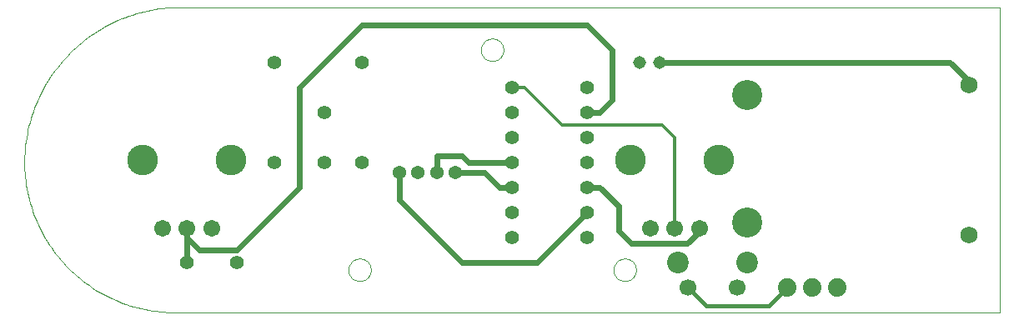
<source format=gtl>
G75*
%MOIN*%
%OFA0B0*%
%FSLAX24Y24*%
%IPPOS*%
%LPD*%
%AMOC8*
5,1,8,0,0,1.08239X$1,22.5*
%
%ADD10C,0.0000*%
%ADD11C,0.1200*%
%ADD12C,0.0560*%
%ADD13C,0.0516*%
%ADD14C,0.0740*%
%ADD15C,0.0690*%
%ADD16C,0.0673*%
%ADD17C,0.1227*%
%ADD18C,0.0540*%
%ADD19C,0.0866*%
%ADD20C,0.0669*%
%ADD21C,0.0160*%
%ADD22C,0.0240*%
%ADD23C,0.0120*%
D10*
X006701Y001180D02*
X039656Y001180D01*
X039656Y013385D01*
X006982Y013385D01*
X018930Y011680D02*
X018932Y011722D01*
X018938Y011764D01*
X018948Y011805D01*
X018961Y011845D01*
X018979Y011883D01*
X018999Y011920D01*
X019024Y011955D01*
X019051Y011987D01*
X019081Y012016D01*
X019114Y012043D01*
X019149Y012066D01*
X019186Y012086D01*
X019225Y012102D01*
X019265Y012115D01*
X019306Y012124D01*
X019348Y012129D01*
X019391Y012130D01*
X019433Y012127D01*
X019474Y012120D01*
X019515Y012109D01*
X019555Y012095D01*
X019593Y012077D01*
X019629Y012055D01*
X019663Y012030D01*
X019694Y012002D01*
X019723Y011971D01*
X019749Y011938D01*
X019771Y011902D01*
X019791Y011864D01*
X019806Y011825D01*
X019818Y011785D01*
X019826Y011743D01*
X019830Y011701D01*
X019830Y011659D01*
X019826Y011617D01*
X019818Y011575D01*
X019806Y011535D01*
X019791Y011496D01*
X019771Y011458D01*
X019749Y011422D01*
X019723Y011389D01*
X019694Y011358D01*
X019663Y011330D01*
X019629Y011305D01*
X019593Y011283D01*
X019555Y011265D01*
X019515Y011251D01*
X019474Y011240D01*
X019433Y011233D01*
X019391Y011230D01*
X019348Y011231D01*
X019306Y011236D01*
X019265Y011245D01*
X019225Y011258D01*
X019186Y011274D01*
X019149Y011294D01*
X019114Y011317D01*
X019081Y011344D01*
X019051Y011373D01*
X019024Y011405D01*
X018999Y011440D01*
X018979Y011477D01*
X018961Y011515D01*
X018948Y011555D01*
X018938Y011596D01*
X018932Y011638D01*
X018930Y011680D01*
X006983Y013384D02*
X006828Y013385D01*
X006673Y013381D01*
X006518Y013373D01*
X006363Y013362D01*
X006209Y013346D01*
X006055Y013327D01*
X005901Y013304D01*
X005749Y013278D01*
X005597Y013247D01*
X005445Y013213D01*
X005295Y013174D01*
X005146Y013133D01*
X004998Y013087D01*
X004851Y013038D01*
X004705Y012985D01*
X004560Y012928D01*
X004417Y012868D01*
X004276Y012804D01*
X004136Y012737D01*
X003998Y012667D01*
X003862Y012593D01*
X003728Y012515D01*
X003595Y012434D01*
X003465Y012350D01*
X003337Y012263D01*
X003211Y012173D01*
X003087Y012079D01*
X002966Y011983D01*
X002847Y011883D01*
X002730Y011780D01*
X002617Y011675D01*
X002505Y011567D01*
X002397Y011456D01*
X002291Y011342D01*
X002189Y011226D01*
X002089Y011107D01*
X001992Y010986D01*
X001898Y010863D01*
X001808Y010737D01*
X001720Y010609D01*
X001636Y010479D01*
X001555Y010346D01*
X001477Y010212D01*
X001403Y010076D01*
X001332Y009938D01*
X001265Y009798D01*
X001201Y009657D01*
X001141Y009514D01*
X001084Y009370D01*
X001031Y009224D01*
X000981Y009077D01*
X000935Y008929D01*
X000893Y008780D01*
X000855Y008630D01*
X000820Y008478D01*
X000789Y008326D01*
X000762Y008174D01*
X000739Y008020D01*
X000720Y007867D01*
X000704Y007712D01*
X000692Y007558D01*
X000685Y007403D01*
X000681Y007248D01*
X000680Y007248D02*
X000680Y007201D01*
X000682Y007048D01*
X000688Y006896D01*
X000697Y006744D01*
X000711Y006592D01*
X000728Y006440D01*
X000749Y006289D01*
X000774Y006139D01*
X000803Y005989D01*
X000836Y005840D01*
X000872Y005692D01*
X000912Y005545D01*
X000956Y005399D01*
X001004Y005254D01*
X001055Y005110D01*
X001110Y004968D01*
X001168Y004827D01*
X001230Y004687D01*
X001295Y004549D01*
X001364Y004413D01*
X001437Y004279D01*
X001512Y004147D01*
X001591Y004016D01*
X001674Y003888D01*
X001759Y003761D01*
X001848Y003637D01*
X001940Y003516D01*
X002035Y003396D01*
X002133Y003279D01*
X002233Y003165D01*
X002337Y003053D01*
X002444Y002944D01*
X002553Y002837D01*
X002665Y002733D01*
X002779Y002633D01*
X002896Y002535D01*
X003016Y002440D01*
X003137Y002348D01*
X003261Y002259D01*
X003388Y002174D01*
X003516Y002091D01*
X003647Y002012D01*
X003779Y001937D01*
X003913Y001864D01*
X004049Y001795D01*
X004187Y001730D01*
X004327Y001668D01*
X004468Y001610D01*
X004610Y001555D01*
X004754Y001504D01*
X004899Y001456D01*
X005045Y001412D01*
X005192Y001372D01*
X005340Y001336D01*
X005489Y001303D01*
X005639Y001274D01*
X005789Y001249D01*
X005940Y001228D01*
X006092Y001211D01*
X006244Y001197D01*
X006396Y001188D01*
X006548Y001182D01*
X006701Y001180D01*
X013630Y002880D02*
X013632Y002922D01*
X013638Y002964D01*
X013648Y003005D01*
X013661Y003045D01*
X013679Y003083D01*
X013699Y003120D01*
X013724Y003155D01*
X013751Y003187D01*
X013781Y003216D01*
X013814Y003243D01*
X013849Y003266D01*
X013886Y003286D01*
X013925Y003302D01*
X013965Y003315D01*
X014006Y003324D01*
X014048Y003329D01*
X014091Y003330D01*
X014133Y003327D01*
X014174Y003320D01*
X014215Y003309D01*
X014255Y003295D01*
X014293Y003277D01*
X014329Y003255D01*
X014363Y003230D01*
X014394Y003202D01*
X014423Y003171D01*
X014449Y003138D01*
X014471Y003102D01*
X014491Y003064D01*
X014506Y003025D01*
X014518Y002985D01*
X014526Y002943D01*
X014530Y002901D01*
X014530Y002859D01*
X014526Y002817D01*
X014518Y002775D01*
X014506Y002735D01*
X014491Y002696D01*
X014471Y002658D01*
X014449Y002622D01*
X014423Y002589D01*
X014394Y002558D01*
X014363Y002530D01*
X014329Y002505D01*
X014293Y002483D01*
X014255Y002465D01*
X014215Y002451D01*
X014174Y002440D01*
X014133Y002433D01*
X014091Y002430D01*
X014048Y002431D01*
X014006Y002436D01*
X013965Y002445D01*
X013925Y002458D01*
X013886Y002474D01*
X013849Y002494D01*
X013814Y002517D01*
X013781Y002544D01*
X013751Y002573D01*
X013724Y002605D01*
X013699Y002640D01*
X013679Y002677D01*
X013661Y002715D01*
X013648Y002755D01*
X013638Y002796D01*
X013632Y002838D01*
X013630Y002880D01*
X024230Y002880D02*
X024232Y002922D01*
X024238Y002964D01*
X024248Y003005D01*
X024261Y003045D01*
X024279Y003083D01*
X024299Y003120D01*
X024324Y003155D01*
X024351Y003187D01*
X024381Y003216D01*
X024414Y003243D01*
X024449Y003266D01*
X024486Y003286D01*
X024525Y003302D01*
X024565Y003315D01*
X024606Y003324D01*
X024648Y003329D01*
X024691Y003330D01*
X024733Y003327D01*
X024774Y003320D01*
X024815Y003309D01*
X024855Y003295D01*
X024893Y003277D01*
X024929Y003255D01*
X024963Y003230D01*
X024994Y003202D01*
X025023Y003171D01*
X025049Y003138D01*
X025071Y003102D01*
X025091Y003064D01*
X025106Y003025D01*
X025118Y002985D01*
X025126Y002943D01*
X025130Y002901D01*
X025130Y002859D01*
X025126Y002817D01*
X025118Y002775D01*
X025106Y002735D01*
X025091Y002696D01*
X025071Y002658D01*
X025049Y002622D01*
X025023Y002589D01*
X024994Y002558D01*
X024963Y002530D01*
X024929Y002505D01*
X024893Y002483D01*
X024855Y002465D01*
X024815Y002451D01*
X024774Y002440D01*
X024733Y002433D01*
X024691Y002430D01*
X024648Y002431D01*
X024606Y002436D01*
X024565Y002445D01*
X024525Y002458D01*
X024486Y002474D01*
X024449Y002494D01*
X024414Y002517D01*
X024381Y002544D01*
X024351Y002573D01*
X024324Y002605D01*
X024299Y002640D01*
X024279Y002677D01*
X024261Y002715D01*
X024248Y002755D01*
X024238Y002796D01*
X024232Y002838D01*
X024230Y002880D01*
D11*
X029580Y004780D03*
X029580Y009880D03*
D12*
X023180Y010180D03*
X023180Y009180D03*
X023180Y008180D03*
X023180Y007180D03*
X023180Y006180D03*
X023180Y005180D03*
X023180Y004180D03*
X020180Y004180D03*
X020180Y005180D03*
X020180Y006180D03*
X020180Y007180D03*
X020180Y008180D03*
X020180Y009180D03*
X020180Y010180D03*
X014180Y011180D03*
X010680Y011180D03*
X012680Y009180D03*
X012680Y007180D03*
X014180Y007180D03*
X010680Y007180D03*
X009180Y003180D03*
X007180Y003180D03*
D13*
X025286Y011180D03*
X026074Y011180D03*
D14*
X031180Y002180D03*
X032180Y002180D03*
X033180Y002180D03*
D15*
X038426Y004282D03*
X038426Y010282D03*
D16*
X027664Y004526D03*
X026680Y004526D03*
X025696Y004526D03*
X008164Y004526D03*
X007180Y004526D03*
X006196Y004526D03*
D17*
X005408Y007282D03*
X008952Y007282D03*
X024908Y007282D03*
X028452Y007282D03*
D18*
X017920Y006782D03*
X017170Y006782D03*
X016420Y006782D03*
X015670Y006782D03*
D19*
X026802Y003164D03*
X029558Y003164D03*
D20*
X029164Y002180D03*
X027196Y002180D03*
D21*
X027946Y001430D01*
X030430Y001430D01*
X031180Y002180D01*
D22*
X027664Y004414D02*
X027180Y003930D01*
X024930Y003930D01*
X024430Y004430D01*
X024430Y005430D01*
X023680Y006180D01*
X023180Y006180D01*
X023180Y005180D02*
X021180Y003180D01*
X018180Y003180D01*
X015670Y005690D01*
X015670Y006782D01*
X017170Y006782D02*
X017180Y006792D01*
X017180Y007430D01*
X018180Y007430D01*
X018430Y007180D01*
X020180Y007180D01*
X019680Y006180D02*
X019078Y006782D01*
X017920Y006782D01*
X019680Y006180D02*
X020180Y006180D01*
X027664Y004526D02*
X027664Y004414D01*
X023680Y009180D02*
X023180Y009180D01*
X023680Y009180D02*
X024180Y009680D01*
X024180Y011680D01*
X023180Y012680D01*
X014180Y012680D01*
X011680Y010180D01*
X011680Y006180D01*
X009180Y003680D01*
X007680Y003680D01*
X007180Y004180D01*
X007180Y004526D01*
X007180Y003180D01*
X026074Y011180D02*
X037680Y011180D01*
X038426Y010434D01*
X038426Y010282D01*
D23*
X026680Y008180D02*
X026680Y004526D01*
X026680Y008180D02*
X026180Y008680D01*
X022180Y008680D01*
X020680Y010180D01*
X020180Y010180D01*
M02*

</source>
